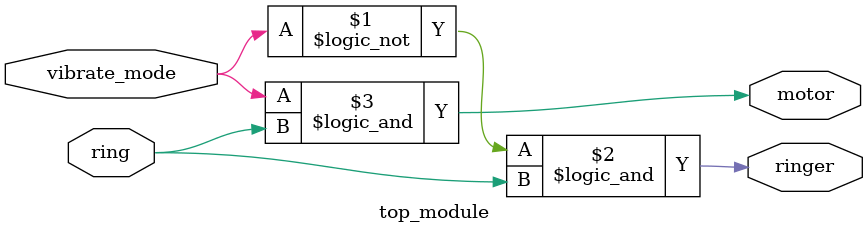
<source format=sv>
module top_module(
	input ring, 
	input vibrate_mode,
	output ringer,
	output motor
);
	
	assign ringer = !vibrate_mode && ring;
	assign motor = vibrate_mode && ring;
	
endmodule

</source>
